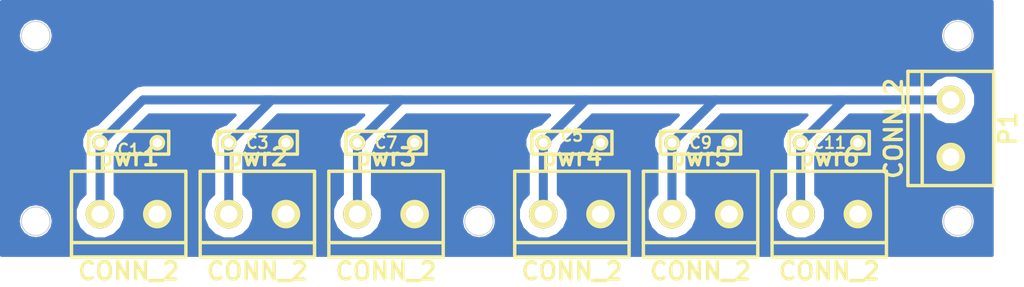
<source format=kicad_pcb>
(kicad_pcb (version 3) (host pcbnew "(2013-jul-07)-stable")

  (general
    (links 24)
    (no_connects 0)
    (area 30.48 58.737599 121.7294 79.1844)
    (thickness 1.6)
    (drawings 5)
    (tracks 24)
    (zones 0)
    (modules 13)
    (nets 3)
  )

  (page A3)
  (layers
    (15 F.Cu signal)
    (0 B.Cu signal)
    (17 F.Adhes user)
    (19 F.Paste user)
    (21 F.SilkS user)
    (23 F.Mask user)
    (28 Edge.Cuts user)
  )

  (setup
    (last_trace_width 0.8)
    (trace_clearance 0.8)
    (zone_clearance 0.1)
    (zone_45_only no)
    (trace_min 0.254)
    (segment_width 0.2)
    (edge_width 0.1)
    (via_size 0.889)
    (via_drill 0.635)
    (via_min_size 0.889)
    (via_min_drill 0.508)
    (uvia_size 0.508)
    (uvia_drill 0.127)
    (uvias_allowed no)
    (uvia_min_size 0.508)
    (uvia_min_drill 0.127)
    (pcb_text_width 0.3)
    (pcb_text_size 1.5 1.5)
    (mod_edge_width 0.15)
    (mod_text_size 1 1)
    (mod_text_width 0.15)
    (pad_size 2.54 2.54)
    (pad_drill 1.524)
    (pad_to_mask_clearance 0.2)
    (solder_mask_min_width 0.3)
    (aux_axis_origin 0 0)
    (visible_elements FFFFFFBF)
    (pcbplotparams
      (layerselection 10485761)
      (usegerberextensions false)
      (excludeedgelayer false)
      (linewidth 0.150000)
      (plotframeref false)
      (viasonmask false)
      (mode 1)
      (useauxorigin false)
      (hpglpennumber 1)
      (hpglpenspeed 20)
      (hpglpendiameter 15)
      (hpglpenoverlay 2)
      (psnegative false)
      (psa4output false)
      (plotreference true)
      (plotvalue true)
      (plotothertext true)
      (plotinvisibletext false)
      (padsonsilk false)
      (subtractmaskfromsilk false)
      (outputformat 5)
      (mirror false)
      (drillshape 1)
      (scaleselection 1)
      (outputdirectory output/))
  )

  (net 0 "")
  (net 1 /5V)
  (net 2 GND)

  (net_class Default "This is the default net class."
    (clearance 0.8)
    (trace_width 0.8)
    (via_dia 0.889)
    (via_drill 0.635)
    (uvia_dia 0.508)
    (uvia_drill 0.127)
    (add_net "")
    (add_net /5V)
    (add_net GND)
  )

  (net_class i2c ""
    (clearance 0.5)
    (trace_width 0.5)
    (via_dia 0.889)
    (via_drill 0.635)
    (uvia_dia 0.508)
    (uvia_drill 0.127)
  )

  (module bornier2 (layer F.Cu) (tedit 5477D12D) (tstamp 5391F8BA)
    (at 114.935 64.77 270)
    (descr "Bornier d'alimentation 2 pins")
    (tags DEV)
    (path /54773484)
    (fp_text reference P1 (at 0 -5.08 270) (layer F.SilkS)
      (effects (font (size 1.524 1.524) (thickness 0.3048)))
    )
    (fp_text value CONN_2 (at 0 5.08 270) (layer F.SilkS)
      (effects (font (size 1.524 1.524) (thickness 0.3048)))
    )
    (fp_line (start 5.08 2.54) (end -5.08 2.54) (layer F.SilkS) (width 0.3048))
    (fp_line (start 5.08 3.81) (end 5.08 -3.81) (layer F.SilkS) (width 0.3048))
    (fp_line (start 5.08 -3.81) (end -5.08 -3.81) (layer F.SilkS) (width 0.3048))
    (fp_line (start -5.08 -3.81) (end -5.08 3.81) (layer F.SilkS) (width 0.3048))
    (fp_line (start -5.08 3.81) (end 5.08 3.81) (layer F.SilkS) (width 0.3048))
    (pad 1 thru_hole circle (at -2.54 0 270) (size 2.54 2.54) (drill 1.524)
      (layers *.Cu *.Mask F.SilkS)
      (net 1 /5V)
    )
    (pad 2 thru_hole circle (at 2.54 0 270) (size 2.54 2.54) (drill 1.524)
      (layers *.Cu *.Mask F.SilkS)
      (net 2 GND)
    )
    (model device/bornier_2.wrl
      (at (xyz 0 0 0))
      (scale (xyz 1 1 1))
      (rotate (xyz 0 0 0))
    )
  )

  (module bornier2 (layer F.Cu) (tedit 5477D126) (tstamp 5391F8C5)
    (at 104.14 72.39)
    (descr "Bornier d'alimentation 2 pins")
    (tags DEV)
    (path /54773473)
    (fp_text reference pwr6 (at 0 -5.08) (layer F.SilkS)
      (effects (font (size 1.524 1.524) (thickness 0.3048)))
    )
    (fp_text value CONN_2 (at 0 5.08) (layer F.SilkS)
      (effects (font (size 1.524 1.524) (thickness 0.3048)))
    )
    (fp_line (start 5.08 2.54) (end -5.08 2.54) (layer F.SilkS) (width 0.3048))
    (fp_line (start 5.08 3.81) (end 5.08 -3.81) (layer F.SilkS) (width 0.3048))
    (fp_line (start 5.08 -3.81) (end -5.08 -3.81) (layer F.SilkS) (width 0.3048))
    (fp_line (start -5.08 -3.81) (end -5.08 3.81) (layer F.SilkS) (width 0.3048))
    (fp_line (start -5.08 3.81) (end 5.08 3.81) (layer F.SilkS) (width 0.3048))
    (pad 1 thru_hole circle (at -2.54 0) (size 2.54 2.54) (drill 1.524)
      (layers *.Cu *.Mask F.SilkS)
      (net 1 /5V)
    )
    (pad 2 thru_hole circle (at 2.54 0) (size 2.54 2.54) (drill 1.524)
      (layers *.Cu *.Mask F.SilkS)
      (net 2 GND)
    )
    (model device/bornier_2.wrl
      (at (xyz 0 0 0))
      (scale (xyz 1 1 1))
      (rotate (xyz 0 0 0))
    )
  )

  (module bornier2 (layer F.Cu) (tedit 5477D122) (tstamp 5391F8DB)
    (at 92.71 72.39)
    (descr "Bornier d'alimentation 2 pins")
    (tags DEV)
    (path /5477346F)
    (fp_text reference pwr5 (at 0 -5.08) (layer F.SilkS)
      (effects (font (size 1.524 1.524) (thickness 0.3048)))
    )
    (fp_text value CONN_2 (at 0 5.08) (layer F.SilkS)
      (effects (font (size 1.524 1.524) (thickness 0.3048)))
    )
    (fp_line (start 5.08 2.54) (end -5.08 2.54) (layer F.SilkS) (width 0.3048))
    (fp_line (start 5.08 3.81) (end 5.08 -3.81) (layer F.SilkS) (width 0.3048))
    (fp_line (start 5.08 -3.81) (end -5.08 -3.81) (layer F.SilkS) (width 0.3048))
    (fp_line (start -5.08 -3.81) (end -5.08 3.81) (layer F.SilkS) (width 0.3048))
    (fp_line (start -5.08 3.81) (end 5.08 3.81) (layer F.SilkS) (width 0.3048))
    (pad 1 thru_hole circle (at -2.54 0) (size 2.54 2.54) (drill 1.524)
      (layers *.Cu *.Mask F.SilkS)
      (net 1 /5V)
    )
    (pad 2 thru_hole circle (at 2.54 0) (size 2.54 2.54) (drill 1.524)
      (layers *.Cu *.Mask F.SilkS)
      (net 2 GND)
    )
    (model device/bornier_2.wrl
      (at (xyz 0 0 0))
      (scale (xyz 1 1 1))
      (rotate (xyz 0 0 0))
    )
  )

  (module bornier2 (layer F.Cu) (tedit 5477D10A) (tstamp 5391F8F1)
    (at 41.91 72.39)
    (descr "Bornier d'alimentation 2 pins")
    (tags DEV)
    (path /5477345F)
    (fp_text reference pwr1 (at 0 -5.08) (layer F.SilkS)
      (effects (font (size 1.524 1.524) (thickness 0.3048)))
    )
    (fp_text value CONN_2 (at 0 5.08) (layer F.SilkS)
      (effects (font (size 1.524 1.524) (thickness 0.3048)))
    )
    (fp_line (start 5.08 2.54) (end -5.08 2.54) (layer F.SilkS) (width 0.3048))
    (fp_line (start 5.08 3.81) (end 5.08 -3.81) (layer F.SilkS) (width 0.3048))
    (fp_line (start 5.08 -3.81) (end -5.08 -3.81) (layer F.SilkS) (width 0.3048))
    (fp_line (start -5.08 -3.81) (end -5.08 3.81) (layer F.SilkS) (width 0.3048))
    (fp_line (start -5.08 3.81) (end 5.08 3.81) (layer F.SilkS) (width 0.3048))
    (pad 1 thru_hole circle (at -2.54 0) (size 2.54 2.54) (drill 1.524)
      (layers *.Cu *.Mask F.SilkS)
      (net 1 /5V)
    )
    (pad 2 thru_hole circle (at 2.54 0) (size 2.54 2.54) (drill 1.524)
      (layers *.Cu *.Mask F.SilkS)
      (net 2 GND)
    )
    (model device/bornier_2.wrl
      (at (xyz 0 0 0))
      (scale (xyz 1 1 1))
      (rotate (xyz 0 0 0))
    )
  )

  (module bornier2 (layer F.Cu) (tedit 5477D11D) (tstamp 5391F8FC)
    (at 81.28 72.39)
    (descr "Bornier d'alimentation 2 pins")
    (tags DEV)
    (path /5477346B)
    (fp_text reference pwr4 (at 0 -5.08) (layer F.SilkS)
      (effects (font (size 1.524 1.524) (thickness 0.3048)))
    )
    (fp_text value CONN_2 (at 0 5.08) (layer F.SilkS)
      (effects (font (size 1.524 1.524) (thickness 0.3048)))
    )
    (fp_line (start 5.08 2.54) (end -5.08 2.54) (layer F.SilkS) (width 0.3048))
    (fp_line (start 5.08 3.81) (end 5.08 -3.81) (layer F.SilkS) (width 0.3048))
    (fp_line (start 5.08 -3.81) (end -5.08 -3.81) (layer F.SilkS) (width 0.3048))
    (fp_line (start -5.08 -3.81) (end -5.08 3.81) (layer F.SilkS) (width 0.3048))
    (fp_line (start -5.08 3.81) (end 5.08 3.81) (layer F.SilkS) (width 0.3048))
    (pad 1 thru_hole circle (at -2.54 0) (size 2.54 2.54) (drill 1.524)
      (layers *.Cu *.Mask F.SilkS)
      (net 1 /5V)
    )
    (pad 2 thru_hole circle (at 2.54 0) (size 2.54 2.54) (drill 1.524)
      (layers *.Cu *.Mask F.SilkS)
      (net 2 GND)
    )
    (model device/bornier_2.wrl
      (at (xyz 0 0 0))
      (scale (xyz 1 1 1))
      (rotate (xyz 0 0 0))
    )
  )

  (module bornier2 (layer F.Cu) (tedit 5477D114) (tstamp 5391F912)
    (at 53.34 72.39)
    (descr "Bornier d'alimentation 2 pins")
    (tags DEV)
    (path /54773463)
    (fp_text reference pwr2 (at 0 -5.08) (layer F.SilkS)
      (effects (font (size 1.524 1.524) (thickness 0.3048)))
    )
    (fp_text value CONN_2 (at 0 5.08) (layer F.SilkS)
      (effects (font (size 1.524 1.524) (thickness 0.3048)))
    )
    (fp_line (start 5.08 2.54) (end -5.08 2.54) (layer F.SilkS) (width 0.3048))
    (fp_line (start 5.08 3.81) (end 5.08 -3.81) (layer F.SilkS) (width 0.3048))
    (fp_line (start 5.08 -3.81) (end -5.08 -3.81) (layer F.SilkS) (width 0.3048))
    (fp_line (start -5.08 -3.81) (end -5.08 3.81) (layer F.SilkS) (width 0.3048))
    (fp_line (start -5.08 3.81) (end 5.08 3.81) (layer F.SilkS) (width 0.3048))
    (pad 1 thru_hole circle (at -2.54 0) (size 2.54 2.54) (drill 1.524)
      (layers *.Cu *.Mask F.SilkS)
      (net 1 /5V)
    )
    (pad 2 thru_hole circle (at 2.54 0) (size 2.54 2.54) (drill 1.524)
      (layers *.Cu *.Mask F.SilkS)
      (net 2 GND)
    )
    (model device/bornier_2.wrl
      (at (xyz 0 0 0))
      (scale (xyz 1 1 1))
      (rotate (xyz 0 0 0))
    )
  )

  (module bornier2 (layer F.Cu) (tedit 5477D119) (tstamp 5391F91D)
    (at 64.77 72.39)
    (descr "Bornier d'alimentation 2 pins")
    (tags DEV)
    (path /54773467)
    (fp_text reference pwr3 (at 0 -5.08) (layer F.SilkS)
      (effects (font (size 1.524 1.524) (thickness 0.3048)))
    )
    (fp_text value CONN_2 (at 0 5.08) (layer F.SilkS)
      (effects (font (size 1.524 1.524) (thickness 0.3048)))
    )
    (fp_line (start 5.08 2.54) (end -5.08 2.54) (layer F.SilkS) (width 0.3048))
    (fp_line (start 5.08 3.81) (end 5.08 -3.81) (layer F.SilkS) (width 0.3048))
    (fp_line (start 5.08 -3.81) (end -5.08 -3.81) (layer F.SilkS) (width 0.3048))
    (fp_line (start -5.08 -3.81) (end -5.08 3.81) (layer F.SilkS) (width 0.3048))
    (fp_line (start -5.08 3.81) (end 5.08 3.81) (layer F.SilkS) (width 0.3048))
    (pad 1 thru_hole circle (at -2.54 0) (size 2.54 2.54) (drill 1.524)
      (layers *.Cu *.Mask F.SilkS)
      (net 1 /5V)
    )
    (pad 2 thru_hole circle (at 2.54 0) (size 2.54 2.54) (drill 1.524)
      (layers *.Cu *.Mask F.SilkS)
      (net 2 GND)
    )
    (model device/bornier_2.wrl
      (at (xyz 0 0 0))
      (scale (xyz 1 1 1))
      (rotate (xyz 0 0 0))
    )
  )

  (module C2 (layer F.Cu) (tedit 54773655) (tstamp 5391F82E)
    (at 41.91 66.04)
    (descr "Condensateur = 2 pas")
    (tags C)
    (path /54773460)
    (fp_text reference C1 (at 0 0.635) (layer F.SilkS)
      (effects (font (size 1.016 1.016) (thickness 0.2032)))
    )
    (fp_text value 100nF (at 0 0) (layer F.SilkS) hide
      (effects (font (size 1.016 1.016) (thickness 0.2032)))
    )
    (fp_line (start -3.556 -1.016) (end 3.556 -1.016) (layer F.SilkS) (width 0.3048))
    (fp_line (start 3.556 -1.016) (end 3.556 1.016) (layer F.SilkS) (width 0.3048))
    (fp_line (start 3.556 1.016) (end -3.556 1.016) (layer F.SilkS) (width 0.3048))
    (fp_line (start -3.556 1.016) (end -3.556 -1.016) (layer F.SilkS) (width 0.3048))
    (fp_line (start -3.556 -0.508) (end -3.048 -1.016) (layer F.SilkS) (width 0.3048))
    (pad 1 thru_hole circle (at -2.54 0) (size 1.397 1.397) (drill 0.8128)
      (layers *.Cu *.Mask F.SilkS)
      (net 1 /5V)
    )
    (pad 2 thru_hole circle (at 2.54 0) (size 1.397 1.397) (drill 0.8128)
      (layers *.Cu *.Mask F.SilkS)
      (net 2 GND)
    )
    (model discret/capa_2pas_5x5mm.wrl
      (at (xyz 0 0 0))
      (scale (xyz 1 1 1))
      (rotate (xyz 0 0 0))
    )
  )

  (module C2 (layer F.Cu) (tedit 200000) (tstamp 5391F89C)
    (at 53.34 66.04)
    (descr "Condensateur = 2 pas")
    (tags C)
    (path /54773464)
    (fp_text reference C3 (at 0 0) (layer F.SilkS)
      (effects (font (size 1.016 1.016) (thickness 0.2032)))
    )
    (fp_text value 100nF (at 0 0) (layer F.SilkS) hide
      (effects (font (size 1.016 1.016) (thickness 0.2032)))
    )
    (fp_line (start -3.556 -1.016) (end 3.556 -1.016) (layer F.SilkS) (width 0.3048))
    (fp_line (start 3.556 -1.016) (end 3.556 1.016) (layer F.SilkS) (width 0.3048))
    (fp_line (start 3.556 1.016) (end -3.556 1.016) (layer F.SilkS) (width 0.3048))
    (fp_line (start -3.556 1.016) (end -3.556 -1.016) (layer F.SilkS) (width 0.3048))
    (fp_line (start -3.556 -0.508) (end -3.048 -1.016) (layer F.SilkS) (width 0.3048))
    (pad 1 thru_hole circle (at -2.54 0) (size 1.397 1.397) (drill 0.8128)
      (layers *.Cu *.Mask F.SilkS)
      (net 1 /5V)
    )
    (pad 2 thru_hole circle (at 2.54 0) (size 1.397 1.397) (drill 0.8128)
      (layers *.Cu *.Mask F.SilkS)
      (net 2 GND)
    )
    (model discret/capa_2pas_5x5mm.wrl
      (at (xyz 0 0 0))
      (scale (xyz 1 1 1))
      (rotate (xyz 0 0 0))
    )
  )

  (module C2 (layer F.Cu) (tedit 200000) (tstamp 5391F891)
    (at 64.77 66.04)
    (descr "Condensateur = 2 pas")
    (tags C)
    (path /5477346C)
    (fp_text reference C7 (at 0 0) (layer F.SilkS)
      (effects (font (size 1.016 1.016) (thickness 0.2032)))
    )
    (fp_text value 100nF (at 0 0) (layer F.SilkS) hide
      (effects (font (size 1.016 1.016) (thickness 0.2032)))
    )
    (fp_line (start -3.556 -1.016) (end 3.556 -1.016) (layer F.SilkS) (width 0.3048))
    (fp_line (start 3.556 -1.016) (end 3.556 1.016) (layer F.SilkS) (width 0.3048))
    (fp_line (start 3.556 1.016) (end -3.556 1.016) (layer F.SilkS) (width 0.3048))
    (fp_line (start -3.556 1.016) (end -3.556 -1.016) (layer F.SilkS) (width 0.3048))
    (fp_line (start -3.556 -0.508) (end -3.048 -1.016) (layer F.SilkS) (width 0.3048))
    (pad 1 thru_hole circle (at -2.54 0) (size 1.397 1.397) (drill 0.8128)
      (layers *.Cu *.Mask F.SilkS)
      (net 1 /5V)
    )
    (pad 2 thru_hole circle (at 2.54 0) (size 1.397 1.397) (drill 0.8128)
      (layers *.Cu *.Mask F.SilkS)
      (net 2 GND)
    )
    (model discret/capa_2pas_5x5mm.wrl
      (at (xyz 0 0 0))
      (scale (xyz 1 1 1))
      (rotate (xyz 0 0 0))
    )
  )

  (module C2 (layer F.Cu) (tedit 200000) (tstamp 5391F87B)
    (at 92.71 66.04)
    (descr "Condensateur = 2 pas")
    (tags C)
    (path /54773470)
    (fp_text reference C9 (at 0 0) (layer F.SilkS)
      (effects (font (size 1.016 1.016) (thickness 0.2032)))
    )
    (fp_text value 100nF (at 0 0) (layer F.SilkS) hide
      (effects (font (size 1.016 1.016) (thickness 0.2032)))
    )
    (fp_line (start -3.556 -1.016) (end 3.556 -1.016) (layer F.SilkS) (width 0.3048))
    (fp_line (start 3.556 -1.016) (end 3.556 1.016) (layer F.SilkS) (width 0.3048))
    (fp_line (start 3.556 1.016) (end -3.556 1.016) (layer F.SilkS) (width 0.3048))
    (fp_line (start -3.556 1.016) (end -3.556 -1.016) (layer F.SilkS) (width 0.3048))
    (fp_line (start -3.556 -0.508) (end -3.048 -1.016) (layer F.SilkS) (width 0.3048))
    (pad 1 thru_hole circle (at -2.54 0) (size 1.397 1.397) (drill 0.8128)
      (layers *.Cu *.Mask F.SilkS)
      (net 1 /5V)
    )
    (pad 2 thru_hole circle (at 2.54 0) (size 1.397 1.397) (drill 0.8128)
      (layers *.Cu *.Mask F.SilkS)
      (net 2 GND)
    )
    (model discret/capa_2pas_5x5mm.wrl
      (at (xyz 0 0 0))
      (scale (xyz 1 1 1))
      (rotate (xyz 0 0 0))
    )
  )

  (module C2 (layer F.Cu) (tedit 5477373C) (tstamp 5391F818)
    (at 81.28 66.04)
    (descr "Condensateur = 2 pas")
    (tags C)
    (path /54773468)
    (fp_text reference C5 (at 0 -0.635) (layer F.SilkS)
      (effects (font (size 1.016 1.016) (thickness 0.2032)))
    )
    (fp_text value 100nF (at 0 0) (layer F.SilkS) hide
      (effects (font (size 1.016 1.016) (thickness 0.2032)))
    )
    (fp_line (start -3.556 -1.016) (end 3.556 -1.016) (layer F.SilkS) (width 0.3048))
    (fp_line (start 3.556 -1.016) (end 3.556 1.016) (layer F.SilkS) (width 0.3048))
    (fp_line (start 3.556 1.016) (end -3.556 1.016) (layer F.SilkS) (width 0.3048))
    (fp_line (start -3.556 1.016) (end -3.556 -1.016) (layer F.SilkS) (width 0.3048))
    (fp_line (start -3.556 -0.508) (end -3.048 -1.016) (layer F.SilkS) (width 0.3048))
    (pad 1 thru_hole circle (at -2.54 0) (size 1.397 1.397) (drill 0.8128)
      (layers *.Cu *.Mask F.SilkS)
      (net 1 /5V)
    )
    (pad 2 thru_hole circle (at 2.54 0) (size 1.397 1.397) (drill 0.8128)
      (layers *.Cu *.Mask F.SilkS)
      (net 2 GND)
    )
    (model discret/capa_2pas_5x5mm.wrl
      (at (xyz 0 0 0))
      (scale (xyz 1 1 1))
      (rotate (xyz 0 0 0))
    )
  )

  (module C2 (layer F.Cu) (tedit 200000) (tstamp 5391F7E1)
    (at 104.14 66.04)
    (descr "Condensateur = 2 pas")
    (tags C)
    (path /54773474)
    (fp_text reference C11 (at 0 0) (layer F.SilkS)
      (effects (font (size 1.016 1.016) (thickness 0.2032)))
    )
    (fp_text value 100nF (at 0 0) (layer F.SilkS) hide
      (effects (font (size 1.016 1.016) (thickness 0.2032)))
    )
    (fp_line (start -3.556 -1.016) (end 3.556 -1.016) (layer F.SilkS) (width 0.3048))
    (fp_line (start 3.556 -1.016) (end 3.556 1.016) (layer F.SilkS) (width 0.3048))
    (fp_line (start 3.556 1.016) (end -3.556 1.016) (layer F.SilkS) (width 0.3048))
    (fp_line (start -3.556 1.016) (end -3.556 -1.016) (layer F.SilkS) (width 0.3048))
    (fp_line (start -3.556 -0.508) (end -3.048 -1.016) (layer F.SilkS) (width 0.3048))
    (pad 1 thru_hole circle (at -2.54 0) (size 1.397 1.397) (drill 0.8128)
      (layers *.Cu *.Mask F.SilkS)
      (net 1 /5V)
    )
    (pad 2 thru_hole circle (at 2.54 0) (size 1.397 1.397) (drill 0.8128)
      (layers *.Cu *.Mask F.SilkS)
      (net 2 GND)
    )
    (model discret/capa_2pas_5x5mm.wrl
      (at (xyz 0 0 0))
      (scale (xyz 1 1 1))
      (rotate (xyz 0 0 0))
    )
  )

  (gr_circle (center 115.57 56.515) (end 116.84 56.515) (layer Edge.Cuts) (width 0.1))
  (gr_circle (center 73.025 73.025) (end 74.295 73.025) (layer Edge.Cuts) (width 0.1))
  (gr_circle (center 33.655 73.025) (end 32.385 73.025) (layer Edge.Cuts) (width 0.1))
  (gr_circle (center 33.655 56.515) (end 34.925 56.515) (layer Edge.Cuts) (width 0.1))
  (gr_circle (center 115.57 73.025) (end 114.3 73.025) (layer Edge.Cuts) (width 0.1))

  (segment (start 101.6 66.04) (end 105.41 62.23) (width 0.8) (layer B.Cu) (net 1) (status 400000))
  (segment (start 105.41 62.23) (end 104.775 62.23) (width 0.8) (layer B.Cu) (net 1) (tstamp 54E5E7A6))
  (segment (start 101.6 72.39) (end 101.6 66.04) (width 0.8) (layer B.Cu) (net 1) (status C00000))
  (segment (start 114.935 62.23) (end 109.855 62.23) (width 0.8) (layer B.Cu) (net 1))
  (segment (start 104.775 62.23) (end 106.045 62.23) (width 0.8) (layer B.Cu) (net 1) (tstamp 54E5E7A9))
  (segment (start 109.855 62.23) (end 106.045 62.23) (width 0.8) (layer B.Cu) (net 1) (tstamp 5477D09F))
  (segment (start 90.17 66.04) (end 93.98 62.23) (width 0.8) (layer B.Cu) (net 1))
  (segment (start 78.74 66.04) (end 82.55 62.23) (width 0.8) (layer B.Cu) (net 1))
  (segment (start 62.23 66.04) (end 66.04 62.23) (width 0.8) (layer B.Cu) (net 1))
  (segment (start 66.04 62.23) (end 65.405 62.23) (width 0.8) (layer B.Cu) (net 1) (tstamp 5477D08D))
  (segment (start 50.8 66.04) (end 54.61 62.23) (width 0.8) (layer B.Cu) (net 1))
  (segment (start 54.61 62.23) (end 53.975 62.23) (width 0.8) (layer B.Cu) (net 1) (tstamp 5477D087))
  (segment (start 40.64 64.77) (end 43.18 62.23) (width 0.8) (layer B.Cu) (net 1))
  (segment (start 40.64 64.77) (end 39.37 66.04) (width 0.8) (layer B.Cu) (net 1) (tstamp 539AF43F))
  (segment (start 43.18 62.23) (end 53.975 62.23) (width 0.8) (layer B.Cu) (net 1) (tstamp 5477D072))
  (segment (start 53.975 62.23) (end 65.405 62.23) (width 0.8) (layer B.Cu) (net 1) (tstamp 5477D08B))
  (segment (start 65.405 62.23) (end 82.55 62.23) (width 0.8) (layer B.Cu) (net 1) (tstamp 5477D090))
  (segment (start 82.55 62.23) (end 93.98 62.23) (width 0.8) (layer B.Cu) (net 1) (tstamp 5477D095))
  (segment (start 93.98 62.23) (end 104.775 62.23) (width 0.8) (layer B.Cu) (net 1) (tstamp 5477D09A))
  (segment (start 90.17 66.04) (end 90.17 72.39) (width 0.8) (layer B.Cu) (net 1))
  (segment (start 78.74 66.04) (end 78.74 72.39) (width 0.8) (layer B.Cu) (net 1))
  (segment (start 39.37 72.39) (end 39.37 66.04) (width 0.8) (layer B.Cu) (net 1))
  (segment (start 62.23 72.39) (end 62.23 66.04) (width 0.8) (layer B.Cu) (net 1))
  (segment (start 50.8 72.39) (end 50.8 66.04) (width 0.8) (layer B.Cu) (net 1))

  (zone (net 2) (net_name GND) (layer B.Cu) (tstamp 539AF30C) (hatch edge 0.508)
    (connect_pads yes (clearance 0.1))
    (min_thickness 0.3)
    (fill (arc_segments 16) (thermal_gap 0.81) (thermal_bridge_width 0.81))
    (polygon
      (pts
        (xy 118.745 76.2) (xy 30.48 76.2) (xy 30.48 53.34) (xy 118.745 53.34)
      )
    )
    (filled_polygon
      (pts
        (xy 118.595 76.05) (xy 117.155384 76.05) (xy 117.155384 61.790352) (xy 117.133862 61.738264) (xy 117.133862 56.573187)
        (xy 117.133811 56.515) (xy 117.133862 56.456813) (xy 117.13376 56.456298) (xy 117.13376 56.456132) (xy 117.133697 56.45598)
        (xy 117.037614 55.970722) (xy 116.992913 55.862539) (xy 116.991351 55.860974) (xy 116.718351 55.451629) (xy 116.717561 55.449726)
        (xy 116.634719 55.367028) (xy 116.223996 55.093111) (xy 116.222545 55.091662) (xy 116.114362 55.046962) (xy 115.62827 54.950713)
        (xy 115.511216 54.950815) (xy 115.509185 54.951658) (xy 115.025722 55.047386) (xy 114.917539 55.092087) (xy 114.915974 55.093648)
        (xy 114.506629 55.366648) (xy 114.504726 55.367439) (xy 114.422028 55.450281) (xy 114.148111 55.861003) (xy 114.146662 55.862455)
        (xy 114.101962 55.970638) (xy 114.005713 56.45673) (xy 114.005763 56.515) (xy 114.005713 56.57327) (xy 114.101962 57.059362)
        (xy 114.146662 57.167545) (xy 114.148111 57.168996) (xy 114.422028 57.579719) (xy 114.504726 57.662561) (xy 114.506629 57.663351)
        (xy 114.915974 57.936351) (xy 114.917539 57.937913) (xy 115.025722 57.982614) (xy 115.509185 58.078341) (xy 115.511216 58.079185)
        (xy 115.62827 58.079287) (xy 116.114362 57.983038) (xy 116.222545 57.938338) (xy 116.223996 57.936888) (xy 116.634719 57.662972)
        (xy 116.717561 57.580274) (xy 116.718351 57.57837) (xy 116.991351 57.169025) (xy 116.992913 57.167461) (xy 117.037614 57.059278)
        (xy 117.133697 56.574019) (xy 117.13376 56.573868) (xy 117.13376 56.573701) (xy 117.133862 56.573187) (xy 117.133862 61.738264)
        (xy 116.818121 60.974114) (xy 116.194171 60.349073) (xy 115.378523 60.010387) (xy 114.495352 60.009616) (xy 113.679114 60.346879)
        (xy 113.14506 60.88) (xy 109.855 60.88) (xy 106.045 60.88) (xy 105.41 60.88) (xy 104.775 60.88)
        (xy 93.98 60.88) (xy 82.55 60.88) (xy 66.04 60.88) (xy 65.405 60.88) (xy 54.61 60.88)
        (xy 53.975 60.88) (xy 43.18 60.88) (xy 42.663377 60.982763) (xy 42.225406 61.275406) (xy 39.685406 63.815406)
        (xy 39.10954 64.391271) (xy 39.043532 64.391214) (xy 38.43742 64.641655) (xy 37.973285 65.104981) (xy 37.721787 65.710655)
        (xy 37.721214 66.366468) (xy 37.971655 66.97258) (xy 38.02 67.021009) (xy 38.02 70.600828) (xy 37.489073 71.130829)
        (xy 37.150387 71.946477) (xy 37.149616 72.829648) (xy 37.486879 73.645886) (xy 38.110829 74.270927) (xy 38.926477 74.609613)
        (xy 39.809648 74.610384) (xy 40.625886 74.273121) (xy 41.250927 73.649171) (xy 41.589613 72.833523) (xy 41.590384 71.950352)
        (xy 41.253121 71.134114) (xy 40.72 70.60006) (xy 40.72 67.021652) (xy 40.766715 66.975019) (xy 41.018213 66.369345)
        (xy 41.018272 66.300915) (xy 41.594594 65.724594) (xy 43.739188 63.58) (xy 51.350811 63.58) (xy 50.53954 64.391271)
        (xy 50.473532 64.391214) (xy 49.86742 64.641655) (xy 49.403285 65.104981) (xy 49.151787 65.710655) (xy 49.151214 66.366468)
        (xy 49.401655 66.97258) (xy 49.45 67.021009) (xy 49.45 70.600828) (xy 48.919073 71.130829) (xy 48.580387 71.946477)
        (xy 48.579616 72.829648) (xy 48.916879 73.645886) (xy 49.540829 74.270927) (xy 50.356477 74.609613) (xy 51.239648 74.610384)
        (xy 52.055886 74.273121) (xy 52.680927 73.649171) (xy 53.019613 72.833523) (xy 53.020384 71.950352) (xy 52.683121 71.134114)
        (xy 52.15 70.60006) (xy 52.15 67.021652) (xy 52.196715 66.975019) (xy 52.448213 66.369345) (xy 52.448272 66.300915)
        (xy 55.169188 63.58) (xy 62.780811 63.58) (xy 61.96954 64.391271) (xy 61.903532 64.391214) (xy 61.29742 64.641655)
        (xy 60.833285 65.104981) (xy 60.581787 65.710655) (xy 60.581214 66.366468) (xy 60.831655 66.97258) (xy 60.88 67.021009)
        (xy 60.88 70.600828) (xy 60.349073 71.130829) (xy 60.010387 71.946477) (xy 60.009616 72.829648) (xy 60.346879 73.645886)
        (xy 60.970829 74.270927) (xy 61.786477 74.609613) (xy 62.669648 74.610384) (xy 63.485886 74.273121) (xy 64.110927 73.649171)
        (xy 64.449613 72.833523) (xy 64.450384 71.950352) (xy 64.113121 71.134114) (xy 63.58 70.60006) (xy 63.58 67.021652)
        (xy 63.626715 66.975019) (xy 63.878213 66.369345) (xy 63.878272 66.300915) (xy 66.599188 63.58) (xy 79.290811 63.58)
        (xy 78.47954 64.391271) (xy 78.413532 64.391214) (xy 77.80742 64.641655) (xy 77.343285 65.104981) (xy 77.091787 65.710655)
        (xy 77.091214 66.366468) (xy 77.341655 66.97258) (xy 77.39 67.021009) (xy 77.39 70.600828) (xy 76.859073 71.130829)
        (xy 76.520387 71.946477) (xy 76.519616 72.829648) (xy 76.856879 73.645886) (xy 77.480829 74.270927) (xy 78.296477 74.609613)
        (xy 79.179648 74.610384) (xy 79.995886 74.273121) (xy 80.620927 73.649171) (xy 80.959613 72.833523) (xy 80.960384 71.950352)
        (xy 80.623121 71.134114) (xy 80.09 70.60006) (xy 80.09 67.021652) (xy 80.136715 66.975019) (xy 80.388213 66.369345)
        (xy 80.388272 66.300915) (xy 83.109188 63.58) (xy 90.720811 63.58) (xy 89.90954 64.391271) (xy 89.843532 64.391214)
        (xy 89.23742 64.641655) (xy 88.773285 65.104981) (xy 88.521787 65.710655) (xy 88.521214 66.366468) (xy 88.771655 66.97258)
        (xy 88.82 67.021009) (xy 88.82 70.600828) (xy 88.289073 71.130829) (xy 87.950387 71.946477) (xy 87.949616 72.829648)
        (xy 88.286879 73.645886) (xy 88.910829 74.270927) (xy 89.726477 74.609613) (xy 90.609648 74.610384) (xy 91.425886 74.273121)
        (xy 92.050927 73.649171) (xy 92.389613 72.833523) (xy 92.390384 71.950352) (xy 92.053121 71.134114) (xy 91.52 70.60006)
        (xy 91.52 67.021652) (xy 91.566715 66.975019) (xy 91.818213 66.369345) (xy 91.818272 66.300915) (xy 94.539188 63.58)
        (xy 102.150811 63.58) (xy 101.33954 64.391271) (xy 101.273532 64.391214) (xy 100.66742 64.641655) (xy 100.203285 65.104981)
        (xy 99.951787 65.710655) (xy 99.951214 66.366468) (xy 100.201655 66.97258) (xy 100.25 67.021009) (xy 100.25 70.600828)
        (xy 99.719073 71.130829) (xy 99.380387 71.946477) (xy 99.379616 72.829648) (xy 99.716879 73.645886) (xy 100.340829 74.270927)
        (xy 101.156477 74.609613) (xy 102.039648 74.610384) (xy 102.855886 74.273121) (xy 103.480927 73.649171) (xy 103.819613 72.833523)
        (xy 103.820384 71.950352) (xy 103.483121 71.134114) (xy 102.95 70.60006) (xy 102.95 67.021652) (xy 102.996715 66.975019)
        (xy 103.248213 66.369345) (xy 103.248272 66.300915) (xy 105.969188 63.58) (xy 106.045 63.58) (xy 109.855 63.58)
        (xy 113.145828 63.58) (xy 113.675829 64.110927) (xy 114.491477 64.449613) (xy 115.374648 64.450384) (xy 116.190886 64.113121)
        (xy 116.815927 63.489171) (xy 117.154613 62.673523) (xy 117.155384 61.790352) (xy 117.155384 76.05) (xy 117.133862 76.05)
        (xy 117.133862 73.083187) (xy 117.133811 73.025) (xy 117.133862 72.966813) (xy 117.13376 72.966298) (xy 117.13376 72.966132)
        (xy 117.133697 72.96598) (xy 117.037614 72.480722) (xy 116.992913 72.372539) (xy 116.991351 72.370974) (xy 116.718351 71.961629)
        (xy 116.717561 71.959726) (xy 116.634719 71.877028) (xy 116.223996 71.603111) (xy 116.222545 71.601662) (xy 116.114362 71.556962)
        (xy 115.62827 71.460713) (xy 115.511216 71.460815) (xy 115.509185 71.461658) (xy 115.025722 71.557386) (xy 114.917539 71.602087)
        (xy 114.915974 71.603648) (xy 114.506629 71.876648) (xy 114.504726 71.877439) (xy 114.422028 71.960281) (xy 114.148111 72.371003)
        (xy 114.146662 72.372455) (xy 114.101962 72.480638) (xy 114.005713 72.96673) (xy 114.005763 73.025) (xy 114.005713 73.08327)
        (xy 114.101962 73.569362) (xy 114.146662 73.677545) (xy 114.148111 73.678996) (xy 114.422028 74.089719) (xy 114.504726 74.172561)
        (xy 114.506629 74.173351) (xy 114.915974 74.446351) (xy 114.917539 74.447913) (xy 115.025722 74.492614) (xy 115.509185 74.588341)
        (xy 115.511216 74.589185) (xy 115.62827 74.589287) (xy 116.114362 74.493038) (xy 116.222545 74.448338) (xy 116.223996 74.446888)
        (xy 116.634719 74.172972) (xy 116.717561 74.090274) (xy 116.718351 74.08837) (xy 116.991351 73.679025) (xy 116.992913 73.677461)
        (xy 117.037614 73.569278) (xy 117.133697 73.084019) (xy 117.13376 73.083868) (xy 117.13376 73.083701) (xy 117.133862 73.083187)
        (xy 117.133862 76.05) (xy 74.588862 76.05) (xy 74.588862 73.083187) (xy 74.588811 73.025) (xy 74.588862 72.966813)
        (xy 74.58876 72.966298) (xy 74.58876 72.966132) (xy 74.588697 72.96598) (xy 74.492614 72.480722) (xy 74.447913 72.372539)
        (xy 74.446351 72.370974) (xy 74.173351 71.961629) (xy 74.172561 71.959726) (xy 74.089719 71.877028) (xy 73.678996 71.603111)
        (xy 73.677545 71.601662) (xy 73.569362 71.556962) (xy 73.08327 71.460713) (xy 72.966216 71.460815) (xy 72.964185 71.461658)
        (xy 72.480722 71.557386) (xy 72.372539 71.602087) (xy 72.370974 71.603648) (xy 71.961629 71.876648) (xy 71.959726 71.877439)
        (xy 71.877028 71.960281) (xy 71.603111 72.371003) (xy 71.601662 72.372455) (xy 71.556962 72.480638) (xy 71.460713 72.96673)
        (xy 71.460763 73.025) (xy 71.460713 73.08327) (xy 71.556962 73.569362) (xy 71.601662 73.677545) (xy 71.603111 73.678996)
        (xy 71.877028 74.089719) (xy 71.959726 74.172561) (xy 71.961629 74.173351) (xy 72.370974 74.446351) (xy 72.372539 74.447913)
        (xy 72.480722 74.492614) (xy 72.964185 74.588341) (xy 72.966216 74.589185) (xy 73.08327 74.589287) (xy 73.569362 74.493038)
        (xy 73.677545 74.448338) (xy 73.678996 74.446888) (xy 74.089719 74.172972) (xy 74.172561 74.090274) (xy 74.173351 74.08837)
        (xy 74.446351 73.679025) (xy 74.447913 73.677461) (xy 74.492614 73.569278) (xy 74.588697 73.084019) (xy 74.58876 73.083868)
        (xy 74.58876 73.083701) (xy 74.588862 73.083187) (xy 74.588862 76.05) (xy 35.218862 76.05) (xy 35.218862 73.083187)
        (xy 35.218811 73.025) (xy 35.218862 72.966813) (xy 35.218862 56.573187) (xy 35.218811 56.515) (xy 35.218862 56.456813)
        (xy 35.21876 56.456298) (xy 35.21876 56.456132) (xy 35.218697 56.45598) (xy 35.122614 55.970722) (xy 35.077913 55.862539)
        (xy 35.076351 55.860974) (xy 34.803351 55.451629) (xy 34.802561 55.449726) (xy 34.719719 55.367028) (xy 34.308996 55.093111)
        (xy 34.307545 55.091662) (xy 34.199362 55.046962) (xy 33.71327 54.950713) (xy 33.596216 54.950815) (xy 33.594185 54.951658)
        (xy 33.110722 55.047386) (xy 33.002539 55.092087) (xy 33.000974 55.093648) (xy 32.591629 55.366648) (xy 32.589726 55.367439)
        (xy 32.507028 55.450281) (xy 32.233111 55.861003) (xy 32.231662 55.862455) (xy 32.186962 55.970638) (xy 32.090713 56.45673)
        (xy 32.090763 56.515) (xy 32.090713 56.57327) (xy 32.186962 57.059362) (xy 32.231662 57.167545) (xy 32.233111 57.168996)
        (xy 32.507028 57.579719) (xy 32.589726 57.662561) (xy 32.591629 57.663351) (xy 33.000974 57.936351) (xy 33.002539 57.937913)
        (xy 33.110722 57.982614) (xy 33.594185 58.078341) (xy 33.596216 58.079185) (xy 33.71327 58.079287) (xy 34.199362 57.983038)
        (xy 34.307545 57.938338) (xy 34.308996 57.936888) (xy 34.719719 57.662972) (xy 34.802561 57.580274) (xy 34.803351 57.57837)
        (xy 35.076351 57.169025) (xy 35.077913 57.167461) (xy 35.122614 57.059278) (xy 35.218697 56.574019) (xy 35.21876 56.573868)
        (xy 35.21876 56.573701) (xy 35.218862 56.573187) (xy 35.218862 72.966813) (xy 35.21876 72.966298) (xy 35.21876 72.966132)
        (xy 35.218697 72.96598) (xy 35.122614 72.480722) (xy 35.077913 72.372539) (xy 35.076351 72.370974) (xy 34.803351 71.961629)
        (xy 34.802561 71.959726) (xy 34.719719 71.877028) (xy 34.308996 71.603111) (xy 34.307545 71.601662) (xy 34.199362 71.556962)
        (xy 33.71327 71.460713) (xy 33.596216 71.460815) (xy 33.594185 71.461658) (xy 33.110722 71.557386) (xy 33.002539 71.602087)
        (xy 33.000974 71.603648) (xy 32.591629 71.876648) (xy 32.589726 71.877439) (xy 32.507028 71.960281) (xy 32.233111 72.371003)
        (xy 32.231662 72.372455) (xy 32.186962 72.480638) (xy 32.090713 72.96673) (xy 32.090763 73.025) (xy 32.090713 73.08327)
        (xy 32.186962 73.569362) (xy 32.231662 73.677545) (xy 32.233111 73.678996) (xy 32.507028 74.089719) (xy 32.589726 74.172561)
        (xy 32.591629 74.173351) (xy 33.000974 74.446351) (xy 33.002539 74.447913) (xy 33.110722 74.492614) (xy 33.594185 74.588341)
        (xy 33.596216 74.589185) (xy 33.71327 74.589287) (xy 34.199362 74.493038) (xy 34.307545 74.448338) (xy 34.308996 74.446888)
        (xy 34.719719 74.172972) (xy 34.802561 74.090274) (xy 34.803351 74.08837) (xy 35.076351 73.679025) (xy 35.077913 73.677461)
        (xy 35.122614 73.569278) (xy 35.218697 73.084019) (xy 35.21876 73.083868) (xy 35.21876 73.083701) (xy 35.218862 73.083187)
        (xy 35.218862 76.05) (xy 30.63 76.05) (xy 30.63 53.49) (xy 118.595 53.49) (xy 118.595 76.05)
      )
    )
  )
)

</source>
